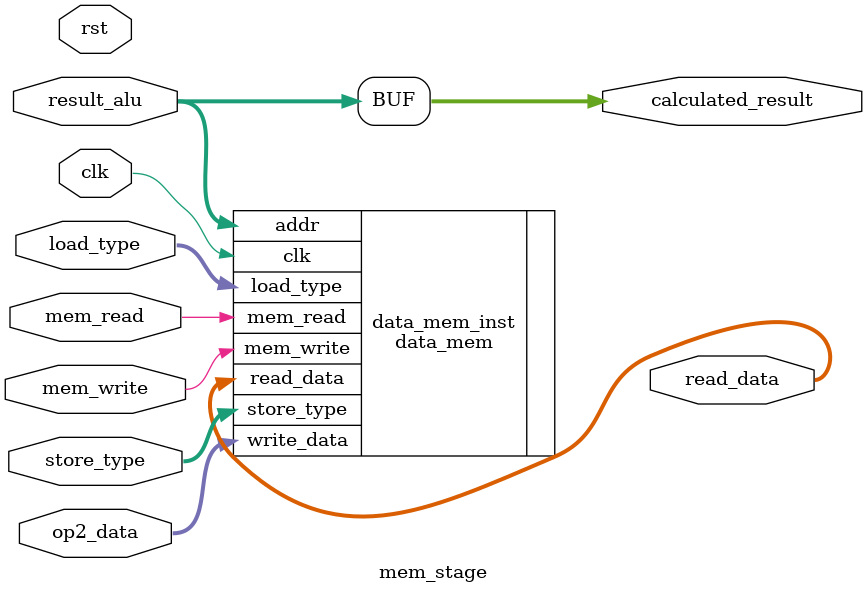
<source format=v>
module mem_stage(
    input clk,
    input rst,
    input [31:0] result_alu,
    input [31:0] op2_data,
    input mem_write,
    input mem_read,
    input [1:0] store_type,
    input [2:0] load_type,
    output wire [31:0] read_data,
    output wire [31:0] calculated_result
);

    // Instantiate the Data Memory
    data_mem data_mem_inst (
        .clk(clk),
        .mem_write(mem_write),
        .mem_read(mem_read),
        .store_type(store_type),
        .load_type(load_type),
        .addr(result_alu),
        .write_data(op2_data),
        .read_data(read_data)
    );   

    assign calculated_result = result_alu;

endmodule

</source>
